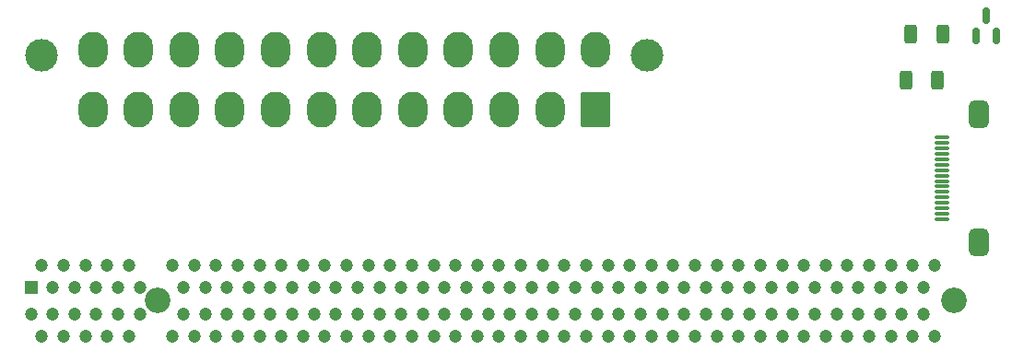
<source format=gts>
G04 #@! TF.GenerationSoftware,KiCad,Pcbnew,7.0.10*
G04 #@! TF.CreationDate,2024-01-15T21:05:21-07:00*
G04 #@! TF.ProjectId,RPI 5 PCIE,52504920-3520-4504-9349-452e6b696361,rev?*
G04 #@! TF.SameCoordinates,Original*
G04 #@! TF.FileFunction,Soldermask,Top*
G04 #@! TF.FilePolarity,Negative*
%FSLAX46Y46*%
G04 Gerber Fmt 4.6, Leading zero omitted, Abs format (unit mm)*
G04 Created by KiCad (PCBNEW 7.0.10) date 2024-01-15 21:05:21*
%MOMM*%
%LPD*%
G01*
G04 APERTURE LIST*
G04 Aperture macros list*
%AMRoundRect*
0 Rectangle with rounded corners*
0 $1 Rounding radius*
0 $2 $3 $4 $5 $6 $7 $8 $9 X,Y pos of 4 corners*
0 Add a 4 corners polygon primitive as box body*
4,1,4,$2,$3,$4,$5,$6,$7,$8,$9,$2,$3,0*
0 Add four circle primitives for the rounded corners*
1,1,$1+$1,$2,$3*
1,1,$1+$1,$4,$5*
1,1,$1+$1,$6,$7*
1,1,$1+$1,$8,$9*
0 Add four rect primitives between the rounded corners*
20,1,$1+$1,$2,$3,$4,$5,0*
20,1,$1+$1,$4,$5,$6,$7,0*
20,1,$1+$1,$6,$7,$8,$9,0*
20,1,$1+$1,$8,$9,$2,$3,0*%
G04 Aperture macros list end*
%ADD10O,2.700000X3.300000*%
%ADD11RoundRect,0.250001X1.099999X1.399999X-1.099999X1.399999X-1.099999X-1.399999X1.099999X-1.399999X0*%
%ADD12C,3.000000*%
%ADD13C,1.200000*%
%ADD14R,1.200000X1.200000*%
%ADD15C,2.350000*%
%ADD16RoundRect,0.450000X0.450000X0.800000X-0.450000X0.800000X-0.450000X-0.800000X0.450000X-0.800000X0*%
%ADD17RoundRect,0.087500X0.562500X0.087500X-0.562500X0.087500X-0.562500X-0.087500X0.562500X-0.087500X0*%
%ADD18RoundRect,0.250000X-0.312500X-0.625000X0.312500X-0.625000X0.312500X0.625000X-0.312500X0.625000X0*%
%ADD19RoundRect,0.150000X0.150000X-0.587500X0.150000X0.587500X-0.150000X0.587500X-0.150000X-0.587500X0*%
G04 APERTURE END LIST*
D10*
X109400000Y-92700000D03*
X113600000Y-92700000D03*
X117800000Y-92700000D03*
X122000000Y-92700000D03*
X126200000Y-92700000D03*
X130400000Y-92700000D03*
X134600000Y-92700000D03*
X138800000Y-92700000D03*
X143000000Y-92700000D03*
X147200000Y-92700000D03*
X151400000Y-92700000D03*
X155600000Y-92700000D03*
X109400000Y-98200000D03*
X113600000Y-98200000D03*
X117800000Y-98200000D03*
X122000000Y-98200000D03*
X126200000Y-98200000D03*
X130400000Y-98200000D03*
X134600000Y-98200000D03*
X138800000Y-98200000D03*
X143000000Y-98200000D03*
X147200000Y-98200000D03*
X151400000Y-98200000D03*
D11*
X155600000Y-98200000D03*
D12*
X104700000Y-93160000D03*
X160300000Y-93160000D03*
D13*
X186719365Y-119000000D03*
X185719365Y-117000000D03*
X184719365Y-119000000D03*
X183719365Y-117000000D03*
X182719365Y-119000000D03*
X181719365Y-117000000D03*
X180719365Y-119000000D03*
X179719365Y-117000000D03*
X178719365Y-119000000D03*
X177719365Y-117000000D03*
X176719365Y-119000000D03*
X175719365Y-117000000D03*
X174719365Y-119000000D03*
X173719365Y-117000000D03*
X172719365Y-119000000D03*
X171719365Y-117000000D03*
X170719365Y-119000000D03*
X169719365Y-117000000D03*
X168719365Y-119000000D03*
X167719365Y-117000000D03*
X166719365Y-119000000D03*
X165719365Y-117000000D03*
X164719365Y-119000000D03*
X163719365Y-117000000D03*
X162719365Y-119000000D03*
X161719365Y-117000000D03*
X160719365Y-119000000D03*
X159719365Y-117000000D03*
X158719365Y-119000000D03*
X157719365Y-117000000D03*
X156719365Y-119000000D03*
X155719365Y-117000000D03*
X154719365Y-119000000D03*
X153719365Y-117000000D03*
X152719365Y-119000000D03*
X151719365Y-117000000D03*
X150719365Y-119000000D03*
X149719365Y-117000000D03*
X148719365Y-119000000D03*
X147719365Y-117000000D03*
X146719365Y-119000000D03*
X145719365Y-117000000D03*
X144719365Y-119000000D03*
X143719365Y-117000000D03*
X142719365Y-119000000D03*
X141719365Y-117000000D03*
X140719365Y-119000000D03*
X139719365Y-117000000D03*
X138719365Y-119000000D03*
X137719365Y-117000000D03*
X136719365Y-119000000D03*
X135719365Y-117000000D03*
X134719365Y-119000000D03*
X133719365Y-117000000D03*
X132719365Y-119000000D03*
X131719365Y-117000000D03*
X130719365Y-119000000D03*
X129719365Y-117000000D03*
X128719365Y-119000000D03*
X127719365Y-117000000D03*
X126719365Y-119000000D03*
X125719365Y-117000000D03*
X124719365Y-119000000D03*
X123719365Y-117000000D03*
X122719365Y-119000000D03*
X121719365Y-117000000D03*
X120719365Y-119000000D03*
X119719365Y-117000000D03*
X118719365Y-119000000D03*
X117719365Y-117000000D03*
X116719365Y-119000000D03*
X113719365Y-117000000D03*
X112719365Y-119000000D03*
X111719365Y-117000000D03*
X110719365Y-119000000D03*
X109719365Y-117000000D03*
X108719365Y-119000000D03*
X107719365Y-117000000D03*
X106719365Y-119000000D03*
X105719365Y-117000000D03*
X104719365Y-119000000D03*
X103719365Y-117000000D03*
X186719365Y-112500000D03*
X185719365Y-114500000D03*
X184719365Y-112500000D03*
X183719365Y-114500000D03*
X182719365Y-112500000D03*
X181719365Y-114500000D03*
X180719365Y-112500000D03*
X179719365Y-114500000D03*
X178719365Y-112500000D03*
X177719365Y-114500000D03*
X176719365Y-112500000D03*
X175719365Y-114500000D03*
X174719365Y-112500000D03*
X173719365Y-114500000D03*
X172719365Y-112500000D03*
X171719365Y-114500000D03*
X170719365Y-112500000D03*
X169719365Y-114500000D03*
X168719365Y-112500000D03*
X167719365Y-114500000D03*
X166719365Y-112500000D03*
X165719365Y-114500000D03*
X164719365Y-112500000D03*
X163719365Y-114500000D03*
X162719365Y-112500000D03*
X161719365Y-114500000D03*
X160719365Y-112500000D03*
X159719365Y-114500000D03*
X158719365Y-112500000D03*
X157719365Y-114500000D03*
X156719365Y-112500000D03*
X155719365Y-114500000D03*
X154719365Y-112500000D03*
X153719365Y-114500000D03*
X152719365Y-112500000D03*
X151719365Y-114500000D03*
X150719365Y-112500000D03*
X149719365Y-114500000D03*
X148719365Y-112500000D03*
X147719365Y-114500000D03*
X146719365Y-112500000D03*
X145719365Y-114500000D03*
X144719365Y-112500000D03*
X143719365Y-114500000D03*
X142719365Y-112500000D03*
X141719365Y-114500000D03*
X140719365Y-112500000D03*
X139719365Y-114500000D03*
X138719365Y-112500000D03*
X137719365Y-114500000D03*
X136719365Y-112500000D03*
X135719365Y-114500000D03*
X134719365Y-112500000D03*
X133719365Y-114500000D03*
X132719365Y-112500000D03*
X131719365Y-114500000D03*
X130719365Y-112500000D03*
X129719365Y-114500000D03*
X128719365Y-112500000D03*
X127719365Y-114500000D03*
X126719365Y-112500000D03*
X125719365Y-114500000D03*
X124719365Y-112500000D03*
X123719365Y-114500000D03*
X122719365Y-112500000D03*
X121719365Y-114500000D03*
X120719365Y-112500000D03*
X119719365Y-114500000D03*
X118719365Y-112500000D03*
X117719365Y-114500000D03*
X116719365Y-112500000D03*
X113719365Y-114500000D03*
X112719365Y-112500000D03*
X111719365Y-114500000D03*
X110719365Y-112500000D03*
X109719365Y-114500000D03*
X108719365Y-112500000D03*
X107719365Y-114500000D03*
X106719365Y-112500000D03*
X105719365Y-114500000D03*
X104719365Y-112500000D03*
D14*
X103719365Y-114500000D03*
D15*
X188519365Y-115750000D03*
X115369365Y-115750000D03*
D16*
X190781865Y-110400000D03*
X190781865Y-98600000D03*
D17*
X187406865Y-108250000D03*
X187406865Y-107750000D03*
X187406865Y-107250000D03*
X187406865Y-106750000D03*
X187406865Y-106250000D03*
X187406865Y-105750000D03*
X187406865Y-105250000D03*
X187406865Y-104750000D03*
X187406865Y-104250000D03*
X187406865Y-103750000D03*
X187406865Y-103250000D03*
X187406865Y-102750000D03*
X187406865Y-102250000D03*
X187406865Y-101750000D03*
X187406865Y-101250000D03*
X187406865Y-100750000D03*
D18*
X187462500Y-91250000D03*
X184537500Y-91250000D03*
D19*
X190519365Y-91437500D03*
X192419365Y-91437500D03*
X191469365Y-89562500D03*
D18*
X187000000Y-95500000D03*
X184075000Y-95500000D03*
M02*

</source>
